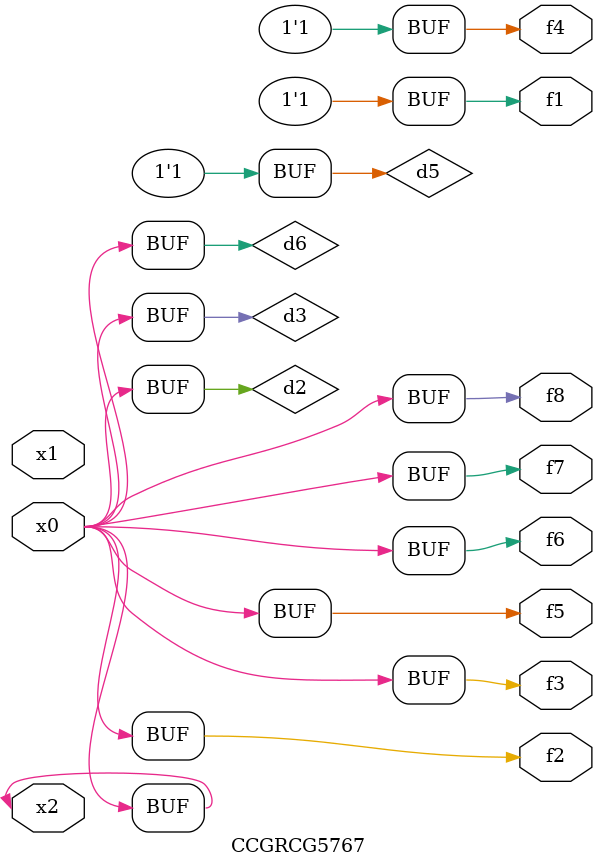
<source format=v>
module CCGRCG5767(
	input x0, x1, x2,
	output f1, f2, f3, f4, f5, f6, f7, f8
);

	wire d1, d2, d3, d4, d5, d6;

	xnor (d1, x2);
	buf (d2, x0, x2);
	and (d3, x0);
	xnor (d4, x1, x2);
	nand (d5, d1, d3);
	buf (d6, d2, d3);
	assign f1 = d5;
	assign f2 = d6;
	assign f3 = d6;
	assign f4 = d5;
	assign f5 = d6;
	assign f6 = d6;
	assign f7 = d6;
	assign f8 = d6;
endmodule

</source>
